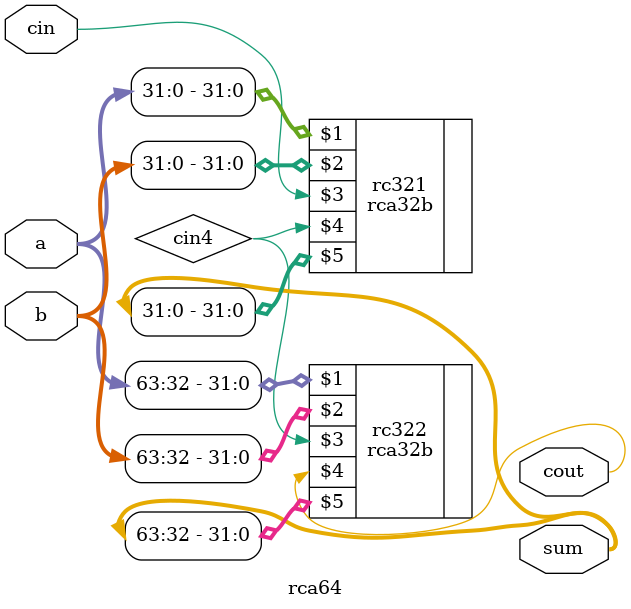
<source format=v>
module rca64(
               a,
               b,
               cin,
               cout,
               sum
               );
input [63:0]a, b;
input cin;
output [63:0]sum;
output cout;
wire cin4;

rca32b   rc321(a[31:0], b[31:0], cin, cin4, sum[31:0]);
rca32b   rc322(a[63:32], b[63:32], cin4, cout, sum[63:32]);

endmodule
</source>
